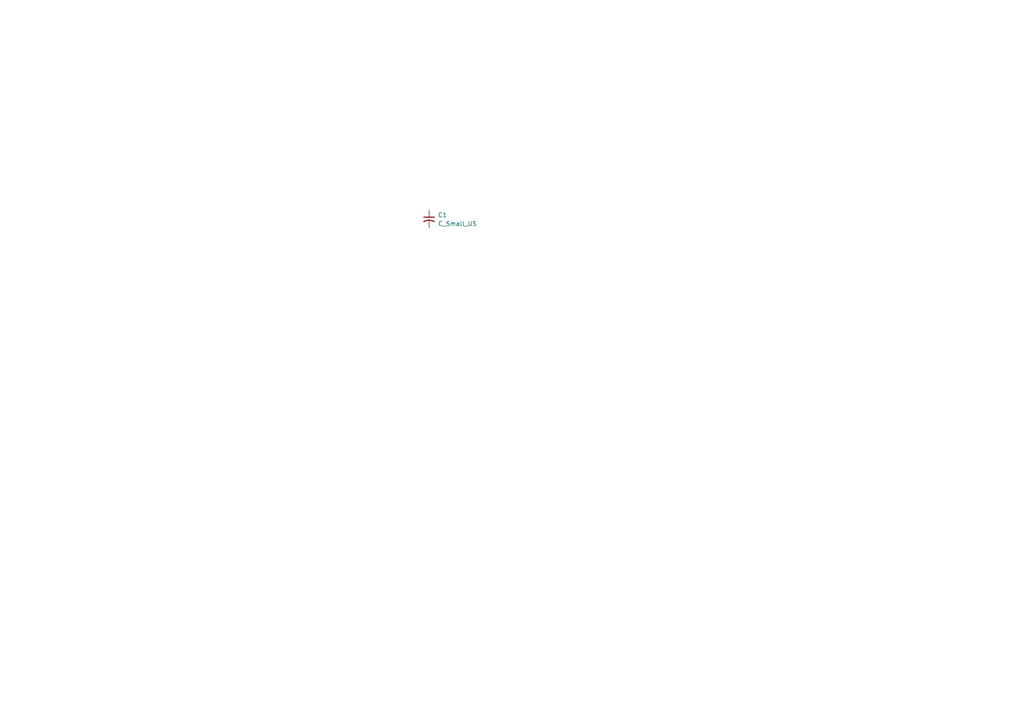
<source format=kicad_sch>
(kicad_sch
	(version 20250114)
	(generator "eeschema")
	(generator_version "9.0")
	(uuid "9a20f97c-84af-476e-a2dd-2fd7fcdabd3d")
	(paper "A4")
	(title_block
		(title "Wifydra")
		(rev "1.0")
	)
	(lib_symbols
		(symbol "Device:C_Small_US"
			(pin_numbers
				(hide yes)
			)
			(pin_names
				(offset 0.254)
				(hide yes)
			)
			(exclude_from_sim no)
			(in_bom yes)
			(on_board yes)
			(property "Reference" "C"
				(at 0.254 1.778 0)
				(effects
					(font
						(size 1.27 1.27)
					)
					(justify left)
				)
			)
			(property "Value" "C_Small_US"
				(at 0.254 -2.032 0)
				(effects
					(font
						(size 1.27 1.27)
					)
					(justify left)
				)
			)
			(property "Footprint" ""
				(at 0 0 0)
				(effects
					(font
						(size 1.27 1.27)
					)
					(hide yes)
				)
			)
			(property "Datasheet" ""
				(at 0 0 0)
				(effects
					(font
						(size 1.27 1.27)
					)
					(hide yes)
				)
			)
			(property "Description" "capacitor, small US symbol"
				(at 0 0 0)
				(effects
					(font
						(size 1.27 1.27)
					)
					(hide yes)
				)
			)
			(property "ki_keywords" "cap capacitor"
				(at 0 0 0)
				(effects
					(font
						(size 1.27 1.27)
					)
					(hide yes)
				)
			)
			(property "ki_fp_filters" "C_*"
				(at 0 0 0)
				(effects
					(font
						(size 1.27 1.27)
					)
					(hide yes)
				)
			)
			(symbol "C_Small_US_0_1"
				(polyline
					(pts
						(xy -1.524 0.508) (xy 1.524 0.508)
					)
					(stroke
						(width 0.3048)
						(type default)
					)
					(fill
						(type none)
					)
				)
				(arc
					(start -1.524 -0.762)
					(mid 0 -0.3734)
					(end 1.524 -0.762)
					(stroke
						(width 0.3048)
						(type default)
					)
					(fill
						(type none)
					)
				)
			)
			(symbol "C_Small_US_1_1"
				(pin passive line
					(at 0 2.54 270)
					(length 2.032)
					(name "~"
						(effects
							(font
								(size 1.27 1.27)
							)
						)
					)
					(number "1"
						(effects
							(font
								(size 1.27 1.27)
							)
						)
					)
				)
				(pin passive line
					(at 0 -2.54 90)
					(length 2.032)
					(name "~"
						(effects
							(font
								(size 1.27 1.27)
							)
						)
					)
					(number "2"
						(effects
							(font
								(size 1.27 1.27)
							)
						)
					)
				)
			)
			(embedded_fonts no)
		)
	)
	(symbol
		(lib_id "Device:C_Small_US")
		(at 124.46 63.5 0)
		(unit 1)
		(exclude_from_sim no)
		(in_bom yes)
		(on_board yes)
		(dnp no)
		(fields_autoplaced yes)
		(uuid "df0bae61-cbfc-4b08-b49a-a147f2ffea40")
		(property "Reference" "C1"
			(at 127 62.3569 0)
			(effects
				(font
					(size 1.27 1.27)
				)
				(justify left)
			)
		)
		(property "Value" "C_Small_US"
			(at 127 64.8969 0)
			(effects
				(font
					(size 1.27 1.27)
				)
				(justify left)
			)
		)
		(property "Footprint" ""
			(at 124.46 63.5 0)
			(effects
				(font
					(size 1.27 1.27)
				)
				(hide yes)
			)
		)
		(property "Datasheet" ""
			(at 124.46 63.5 0)
			(effects
				(font
					(size 1.27 1.27)
				)
				(hide yes)
			)
		)
		(property "Description" "capacitor, small US symbol"
			(at 124.46 63.5 0)
			(effects
				(font
					(size 1.27 1.27)
				)
				(hide yes)
			)
		)
		(pin "1"
			(uuid "68c32f87-d6ee-4dc2-836e-9c52a891b7d6")
		)
		(pin "2"
			(uuid "5d023880-00fe-4aa4-8f3d-3c4d2ade1273")
		)
		(instances
			(project ""
				(path "/9a20f97c-84af-476e-a2dd-2fd7fcdabd3d"
					(reference "C1")
					(unit 1)
				)
			)
		)
	)
	(sheet_instances
		(path "/"
			(page "1")
		)
	)
	(embedded_fonts no)
)

</source>
